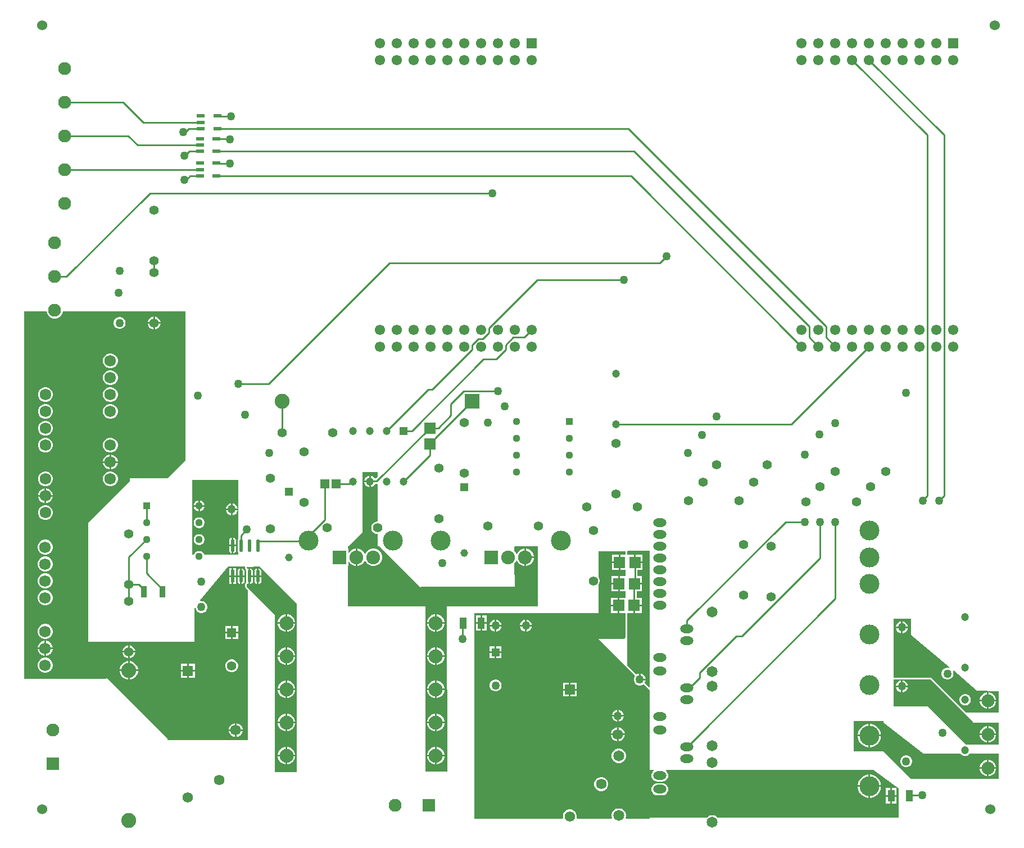
<source format=gtl>
G04*
G04 #@! TF.GenerationSoftware,Altium Limited,Altium Designer,21.2.2 (38)*
G04*
G04 Layer_Physical_Order=1*
G04 Layer_Color=255*
%FSLAX25Y25*%
%MOIN*%
G70*
G04*
G04 #@! TF.SameCoordinates,0CC3C9D5-6B2F-423D-8AA3-22EEB0D6369A*
G04*
G04*
G04 #@! TF.FilePolarity,Positive*
G04*
G01*
G75*
%ADD14C,0.01000*%
%ADD16R,0.04213X0.07165*%
%ADD17R,0.04724X0.02362*%
%ADD18R,0.06905X0.07111*%
G04:AMPARAMS|DCode=19|XSize=73.78mil|YSize=21.34mil|CornerRadius=10.67mil|HoleSize=0mil|Usage=FLASHONLY|Rotation=90.000|XOffset=0mil|YOffset=0mil|HoleType=Round|Shape=RoundedRectangle|*
%AMROUNDEDRECTD19*
21,1,0.07378,0.00000,0,0,90.0*
21,1,0.05244,0.02134,0,0,90.0*
1,1,0.02134,0.00000,0.02622*
1,1,0.02134,0.00000,-0.02622*
1,1,0.02134,0.00000,-0.02622*
1,1,0.02134,0.00000,0.02622*
%
%ADD19ROUNDEDRECTD19*%
%ADD20R,0.02134X0.07378*%
%ADD21R,0.05315X0.05709*%
%ADD22R,0.07111X0.06905*%
%ADD23R,0.03740X0.06693*%
%ADD42O,0.07874X0.05118*%
%ADD43C,0.11811*%
%ADD58R,0.05512X0.05512*%
%ADD59C,0.05512*%
%ADD60C,0.06000*%
%ADD61C,0.08268*%
%ADD62C,0.06791*%
%ADD63C,0.07677*%
%ADD64C,0.06102*%
G04:AMPARAMS|DCode=65|XSize=61.02mil|YSize=61.02mil|CornerRadius=1.83mil|HoleSize=0mil|Usage=FLASHONLY|Rotation=180.000|XOffset=0mil|YOffset=0mil|HoleType=Round|Shape=RoundedRectangle|*
%AMROUNDEDRECTD65*
21,1,0.06102,0.05736,0,0,180.0*
21,1,0.05736,0.06102,0,0,180.0*
1,1,0.00366,-0.02868,0.02868*
1,1,0.00366,0.02868,0.02868*
1,1,0.00366,0.02868,-0.02868*
1,1,0.00366,-0.02868,-0.02868*
%
%ADD65ROUNDEDRECTD65*%
%ADD66C,0.08150*%
%ADD67R,0.08150X0.08150*%
%ADD68R,0.04449X0.04449*%
%ADD69C,0.04449*%
%ADD70C,0.04724*%
%ADD71C,0.06496*%
%ADD72C,0.04528*%
%ADD73R,0.04528X0.04528*%
%ADD74R,0.07677X0.07677*%
%ADD75C,0.08858*%
%ADD76R,0.08858X0.08858*%
%ADD77R,0.04724X0.04724*%
%ADD78C,0.05020*%
%ADD79R,0.05020X0.05020*%
%ADD80C,0.06260*%
%ADD81C,0.06201*%
%ADD82R,0.06201X0.06201*%
%ADD83R,0.07677X0.07677*%
%ADD84C,0.05000*%
G36*
X216500Y214896D02*
X215389Y213785D01*
X214819Y213842D01*
X214690Y214064D01*
X214064Y214690D01*
X213298Y215133D01*
X212500Y215347D01*
Y212000D01*
Y208653D01*
X213298Y208867D01*
X214064Y209310D01*
X214690Y209936D01*
X215054Y210566D01*
X215862D01*
X216000Y210594D01*
X216500Y210183D01*
Y188256D01*
X216005D01*
X215050Y188000D01*
X214194Y187505D01*
X213494Y186806D01*
X213000Y185950D01*
X212744Y184994D01*
Y184005D01*
X213000Y183050D01*
X213494Y182194D01*
X214194Y181494D01*
X215050Y181000D01*
X216005Y180744D01*
X216500D01*
Y173500D01*
X217500D01*
X252538Y138462D01*
X252347Y138000D01*
X253000D01*
X241962Y149038D01*
X242153Y149500D01*
X297833D01*
X297631Y163454D01*
X298061Y163884D01*
X298729Y165041D01*
X298750Y165120D01*
X299250D01*
X299271Y165041D01*
X299939Y163884D01*
X300884Y162939D01*
X302041Y162271D01*
X303332Y161925D01*
X303500D01*
Y167000D01*
Y172075D01*
X303332D01*
X302041Y171729D01*
X300884Y171061D01*
X299939Y170116D01*
X299271Y168959D01*
X299250Y168880D01*
X298750D01*
X298729Y168959D01*
X298061Y170116D01*
X297527Y170650D01*
X297491Y173144D01*
X297842Y173500D01*
X311500D01*
Y139000D01*
Y138000D01*
X257500D01*
X257997Y40157D01*
X257623Y40002D01*
X257497Y40000D01*
X245000D01*
Y138000D01*
X199000D01*
Y161925D01*
X199075D01*
Y164381D01*
X199575Y164515D01*
X199939Y163884D01*
X200884Y162939D01*
X202041Y162271D01*
X203332Y161925D01*
X203500D01*
Y167000D01*
Y172075D01*
X203332D01*
X202041Y171729D01*
X200884Y171061D01*
X199939Y170116D01*
X199575Y169485D01*
X199075Y169619D01*
Y172075D01*
X199000D01*
Y173500D01*
X199653D01*
X199462Y173962D01*
X207500Y182000D01*
Y217500D01*
X216500D01*
Y214896D01*
D02*
G37*
G36*
X134000Y180148D02*
X133971Y180000D01*
Y178054D01*
X133553Y177428D01*
X133392Y176622D01*
Y171378D01*
X133553Y170571D01*
X134000Y169902D01*
Y168500D01*
X113700D01*
X113635Y168745D01*
X113210Y169480D01*
X112610Y170080D01*
X111874Y170505D01*
X111054Y170724D01*
X110205D01*
X109385Y170505D01*
X108650Y170080D01*
X108050Y169480D01*
X107625Y168745D01*
X107560Y168500D01*
X106500D01*
Y213000D01*
X134000D01*
Y180148D01*
D02*
G37*
G36*
X168500Y139500D02*
Y120653D01*
Y39500D01*
X155500D01*
X155500Y133000D01*
X155500Y133000D01*
X139020Y149480D01*
Y151114D01*
X139461Y151350D01*
X139693Y151194D01*
X140000Y151133D01*
Y155763D01*
Y160393D01*
X139693Y160332D01*
X139461Y160177D01*
X139020Y160413D01*
Y161060D01*
X146500Y161500D01*
X168500Y139500D01*
D02*
G37*
G36*
X533000Y121000D02*
X555653Y101832D01*
X555415Y101378D01*
X554961Y101500D01*
X554039D01*
X553149Y101261D01*
X552351Y100801D01*
X551699Y100149D01*
X551238Y99351D01*
X551000Y98461D01*
Y97539D01*
X551238Y96649D01*
X551699Y95851D01*
X552351Y95199D01*
X553149Y94739D01*
X554039Y94500D01*
X554961D01*
X555851Y94739D01*
X556649Y95199D01*
X557301Y95851D01*
X557761Y96649D01*
X558000Y97539D01*
Y98461D01*
X557761Y99351D01*
X557714Y99433D01*
X558104Y99759D01*
X572000Y88000D01*
X585000Y87500D01*
Y75000D01*
X565442D01*
X545221Y95221D01*
X544890Y95442D01*
X544500Y95520D01*
X522500D01*
Y121000D01*
Y130500D01*
X533000D01*
Y121000D01*
D02*
G37*
G36*
X378000Y171000D02*
X378000Y90095D01*
X377538Y89904D01*
X374946Y92496D01*
X374902Y92526D01*
X375261Y93149D01*
X375489Y94000D01*
X372000D01*
Y94500D01*
X371500D01*
Y97989D01*
X370649Y97761D01*
X370026Y97402D01*
X369996Y97446D01*
X364500Y102942D01*
Y119402D01*
X364520Y119500D01*
Y133944D01*
X368130D01*
Y138500D01*
X368630D01*
Y139000D01*
X373083D01*
Y143055D01*
X370160D01*
Y146832D01*
X373278D01*
Y150887D01*
X368825D01*
Y151887D01*
X373278D01*
Y155943D01*
X370660D01*
Y159444D01*
X373583D01*
Y163500D01*
X369130D01*
Y164000D01*
X368630D01*
Y168555D01*
X364991D01*
X364678Y168555D01*
X364520Y168990D01*
Y170500D01*
X364924Y171000D01*
X378000Y171000D01*
D02*
G37*
G36*
X20161Y313000D02*
Y312863D01*
X20491Y311632D01*
X21128Y310529D01*
X22029Y309628D01*
X23132Y308991D01*
X24363Y308661D01*
X25637D01*
X26868Y308991D01*
X27971Y309628D01*
X28872Y310529D01*
X29509Y311632D01*
X29839Y312863D01*
Y313000D01*
X102500Y313000D01*
Y311500D01*
X102500D01*
Y235500D01*
D01*
Y224500D01*
X92000Y214000D01*
X69500D01*
Y212000D01*
X45000Y187500D01*
X45000Y117000D01*
X108000D01*
X108000Y136968D01*
X108023Y136984D01*
X108032Y136985D01*
X108575Y136761D01*
X108739Y136149D01*
X109199Y135351D01*
X109851Y134699D01*
X110649Y134239D01*
X111539Y134000D01*
X112461D01*
X113351Y134239D01*
X114149Y134699D01*
X114801Y135351D01*
X115261Y136149D01*
X115500Y137039D01*
Y137961D01*
X115261Y138851D01*
X114801Y139649D01*
X114149Y140301D01*
X113351Y140761D01*
X112461Y141000D01*
X111567D01*
X111466Y141110D01*
X111267Y141420D01*
X128000Y161500D01*
X137583Y161500D01*
X137729Y161411D01*
X138000Y161060D01*
Y160413D01*
X138029Y160266D01*
X138044Y160117D01*
X138068Y160072D01*
X138078Y160022D01*
X138161Y159898D01*
X138231Y159766D01*
X138270Y159734D01*
X138299Y159692D01*
X138553Y159192D01*
X138392Y158385D01*
Y153141D01*
X138553Y152335D01*
X138299Y151835D01*
X138270Y151793D01*
X138231Y151761D01*
X138161Y151629D01*
X138078Y151504D01*
X138068Y151455D01*
X138044Y151410D01*
X138029Y151261D01*
X138000Y151114D01*
Y149480D01*
X138078Y149090D01*
X138299Y148759D01*
X139500Y147558D01*
Y58500D01*
X108000Y58500D01*
X92000Y58500D01*
Y59500D01*
X56000Y95500D01*
X55500Y95000D01*
X7000D01*
X7000Y313000D01*
X20161D01*
D02*
G37*
G36*
X570000Y69000D02*
X585000D01*
Y56000D01*
X565500Y56000D01*
X542500Y79000D01*
Y78500D01*
X522500D01*
Y94500D01*
X544500D01*
X570000Y69000D01*
D02*
G37*
G36*
X516500Y68864D02*
X540234Y50500D01*
X562272D01*
X562310Y50436D01*
X562936Y49810D01*
X563702Y49367D01*
X564557Y49138D01*
X565443D01*
X566298Y49367D01*
X567064Y49810D01*
X567690Y50436D01*
X567728Y50500D01*
X585000D01*
Y35500D01*
X533000Y35500D01*
X516500Y52000D01*
X499000D01*
Y70000D01*
X516500D01*
Y68864D01*
D02*
G37*
G36*
X363500Y168555D02*
X360370D01*
Y164000D01*
Y159444D01*
X363500D01*
Y155943D01*
X360064D01*
Y151387D01*
Y146832D01*
X363500D01*
Y143055D01*
X359870D01*
Y138500D01*
Y133944D01*
X363500D01*
Y119500D01*
X362500Y118500D01*
X347500D01*
X369275Y96725D01*
X369199Y96649D01*
X368739Y95851D01*
X368500Y94961D01*
Y94039D01*
X368739Y93149D01*
X369199Y92351D01*
X369851Y91699D01*
X370649Y91238D01*
X371539Y91000D01*
X372461D01*
X373351Y91238D01*
X374149Y91699D01*
X374225Y91775D01*
X378000Y88000D01*
Y41000D01*
X380344D01*
X380513Y40500D01*
X379958Y40074D01*
X379387Y39330D01*
X379029Y38464D01*
X378906Y37535D01*
X379029Y36606D01*
X379387Y35741D01*
X379958Y34997D01*
X380701Y34427D01*
X381567Y34068D01*
X382496Y33946D01*
X385252D01*
X386181Y34068D01*
X387047Y34427D01*
X387790Y34997D01*
X388361Y35741D01*
X388719Y36606D01*
X388842Y37535D01*
X388719Y38464D01*
X388361Y39330D01*
X387790Y40074D01*
X387235Y40500D01*
X387405Y41000D01*
X414323D01*
X414441Y40968D01*
X415559D01*
X415677Y41000D01*
X510500D01*
X525500Y30000D01*
Y12500D01*
X418291D01*
X417608Y13183D01*
X416640Y13742D01*
X415559Y14031D01*
X414441D01*
X413360Y13742D01*
X412392Y13183D01*
X411709Y12500D01*
X378000D01*
Y12000D01*
X363931D01*
X363554Y12500D01*
X363748Y13224D01*
Y14343D01*
X363458Y15423D01*
X362899Y16392D01*
X362108Y17183D01*
X361140Y17742D01*
X360059Y18032D01*
X358941D01*
X357860Y17742D01*
X356892Y17183D01*
X356101Y16392D01*
X355541Y15423D01*
X355252Y14343D01*
Y13224D01*
X355446Y12500D01*
X355069Y12000D01*
X334806D01*
X334502Y12397D01*
X334600Y12763D01*
Y13843D01*
X334321Y14886D01*
X333781Y15821D01*
X333018Y16584D01*
X332083Y17124D01*
X331040Y17403D01*
X329960D01*
X328917Y17124D01*
X327982Y16584D01*
X327219Y15821D01*
X326679Y14886D01*
X326400Y13843D01*
Y12763D01*
X326498Y12397D01*
X326193Y12000D01*
X274000D01*
Y121000D01*
Y134000D01*
X347500D01*
Y150688D01*
X347505Y150694D01*
X348000Y151550D01*
X348256Y152506D01*
Y153495D01*
X348000Y154450D01*
X347505Y155306D01*
X347500Y155312D01*
Y170500D01*
X363500D01*
Y168555D01*
D02*
G37*
%LPC*%
G36*
X211500Y215347D02*
X210702Y215133D01*
X209936Y214690D01*
X209310Y214064D01*
X208867Y213298D01*
X208653Y212500D01*
X211500D01*
Y215347D01*
D02*
G37*
G36*
Y211500D02*
X208653D01*
X208867Y210702D01*
X209310Y209936D01*
X209936Y209310D01*
X210702Y208867D01*
X211500Y208653D01*
Y211500D01*
D02*
G37*
G36*
X214668Y172075D02*
X213332D01*
X212041Y171729D01*
X210884Y171061D01*
X209939Y170116D01*
X209271Y168959D01*
X209250Y168880D01*
X208750D01*
X208729Y168959D01*
X208061Y170116D01*
X207116Y171061D01*
X205959Y171729D01*
X204668Y172075D01*
X204500D01*
Y167000D01*
Y161925D01*
X204668D01*
X205959Y162271D01*
X207116Y162939D01*
X208061Y163884D01*
X208729Y165041D01*
X208750Y165120D01*
X209250D01*
X209271Y165041D01*
X209939Y163884D01*
X210884Y162939D01*
X212041Y162271D01*
X213332Y161925D01*
X214668D01*
X215959Y162271D01*
X217116Y162939D01*
X218061Y163884D01*
X218729Y165041D01*
X219075Y166332D01*
Y167668D01*
X218729Y168959D01*
X218061Y170116D01*
X217116Y171061D01*
X215959Y171729D01*
X214668Y172075D01*
D02*
G37*
G36*
X304668D02*
X304500D01*
Y167500D01*
X309075D01*
Y167668D01*
X308729Y168959D01*
X308061Y170116D01*
X307116Y171061D01*
X305959Y171729D01*
X304668Y172075D01*
D02*
G37*
G36*
X309075Y166500D02*
X304500D01*
Y161925D01*
X304668D01*
X305959Y162271D01*
X307116Y162939D01*
X308061Y163884D01*
X308729Y165041D01*
X309075Y166332D01*
Y166500D01*
D02*
G37*
G36*
X251676Y133189D02*
X251500D01*
Y128555D01*
X256134D01*
Y128731D01*
X255784Y130037D01*
X255108Y131207D01*
X254152Y132163D01*
X252982Y132839D01*
X251676Y133189D01*
D02*
G37*
G36*
X250500D02*
X250324D01*
X249018Y132839D01*
X247848Y132163D01*
X246892Y131207D01*
X246216Y130037D01*
X245866Y128731D01*
Y128555D01*
X250500D01*
Y133189D01*
D02*
G37*
G36*
X256134Y127555D02*
X251500D01*
Y122921D01*
X251676D01*
X252982Y123271D01*
X254152Y123947D01*
X255108Y124903D01*
X255784Y126074D01*
X256134Y127379D01*
Y127555D01*
D02*
G37*
G36*
X250500D02*
X245866D01*
Y127379D01*
X246216Y126074D01*
X246892Y124903D01*
X247848Y123947D01*
X249018Y123271D01*
X250324Y122921D01*
X250500D01*
Y127555D01*
D02*
G37*
G36*
X251676Y113504D02*
X251500D01*
Y108870D01*
X256134D01*
Y109046D01*
X255784Y110352D01*
X255108Y111522D01*
X254152Y112478D01*
X252982Y113154D01*
X251676Y113504D01*
D02*
G37*
G36*
X250500D02*
X250324D01*
X249018Y113154D01*
X247848Y112478D01*
X246892Y111522D01*
X246216Y110352D01*
X245866Y109046D01*
Y108870D01*
X250500D01*
Y113504D01*
D02*
G37*
G36*
X256134Y107870D02*
X251500D01*
Y103236D01*
X251676D01*
X252982Y103586D01*
X254152Y104262D01*
X255108Y105218D01*
X255784Y106388D01*
X256134Y107694D01*
Y107870D01*
D02*
G37*
G36*
X250500D02*
X245866D01*
Y107694D01*
X246216Y106388D01*
X246892Y105218D01*
X247848Y104262D01*
X249018Y103586D01*
X250324Y103236D01*
X250500D01*
Y107870D01*
D02*
G37*
G36*
X251676Y93819D02*
X251500D01*
Y89185D01*
X256134D01*
Y89361D01*
X255784Y90667D01*
X255108Y91837D01*
X254152Y92793D01*
X252982Y93469D01*
X251676Y93819D01*
D02*
G37*
G36*
X250500D02*
X250324D01*
X249018Y93469D01*
X247848Y92793D01*
X246892Y91837D01*
X246216Y90667D01*
X245866Y89361D01*
Y89185D01*
X250500D01*
Y93819D01*
D02*
G37*
G36*
X256134Y88185D02*
X251500D01*
Y83551D01*
X251676D01*
X252982Y83901D01*
X254152Y84577D01*
X255108Y85533D01*
X255784Y86703D01*
X256134Y88009D01*
Y88185D01*
D02*
G37*
G36*
X250500D02*
X245866D01*
Y88009D01*
X246216Y86703D01*
X246892Y85533D01*
X247848Y84577D01*
X249018Y83901D01*
X250324Y83551D01*
X250500D01*
Y88185D01*
D02*
G37*
G36*
X251676Y74134D02*
X251500D01*
Y69500D01*
X256134D01*
Y69676D01*
X255784Y70982D01*
X255108Y72152D01*
X254152Y73108D01*
X252982Y73784D01*
X251676Y74134D01*
D02*
G37*
G36*
X250500D02*
X250324D01*
X249018Y73784D01*
X247848Y73108D01*
X246892Y72152D01*
X246216Y70982D01*
X245866Y69676D01*
Y69500D01*
X250500D01*
Y74134D01*
D02*
G37*
G36*
X256134Y68500D02*
X251500D01*
Y63866D01*
X251676D01*
X252982Y64216D01*
X254152Y64892D01*
X255108Y65848D01*
X255784Y67018D01*
X256134Y68324D01*
Y68500D01*
D02*
G37*
G36*
X250500D02*
X245866D01*
Y68324D01*
X246216Y67018D01*
X246892Y65848D01*
X247848Y64892D01*
X249018Y64216D01*
X250324Y63866D01*
X250500D01*
Y68500D01*
D02*
G37*
G36*
X251676Y54449D02*
X251500D01*
Y49815D01*
X256134D01*
Y49991D01*
X255784Y51297D01*
X255108Y52467D01*
X254152Y53423D01*
X252982Y54099D01*
X251676Y54449D01*
D02*
G37*
G36*
X250500D02*
X250324D01*
X249018Y54099D01*
X247848Y53423D01*
X246892Y52467D01*
X246216Y51297D01*
X245866Y49991D01*
Y49815D01*
X250500D01*
Y54449D01*
D02*
G37*
G36*
X256134Y48815D02*
X251500D01*
Y44181D01*
X251676D01*
X252982Y44531D01*
X254152Y45207D01*
X255108Y46163D01*
X255784Y47333D01*
X256134Y48639D01*
Y48815D01*
D02*
G37*
G36*
X250500D02*
X245866D01*
Y48639D01*
X246216Y47333D01*
X246892Y46163D01*
X247848Y45207D01*
X249018Y44531D01*
X250324Y44181D01*
X250500D01*
Y48815D01*
D02*
G37*
G36*
X111130Y200704D02*
Y198000D01*
X113834D01*
X113635Y198745D01*
X113210Y199480D01*
X112610Y200080D01*
X111874Y200505D01*
X111130Y200704D01*
D02*
G37*
G36*
X110130D02*
X109385Y200505D01*
X108650Y200080D01*
X108050Y199480D01*
X107625Y198745D01*
X107426Y198000D01*
X110130D01*
Y200704D01*
D02*
G37*
G36*
X130500Y198989D02*
Y196000D01*
X133490D01*
X133262Y196851D01*
X132801Y197649D01*
X132149Y198301D01*
X131351Y198761D01*
X130500Y198989D01*
D02*
G37*
G36*
X129500D02*
X128649Y198761D01*
X127851Y198301D01*
X127199Y197649D01*
X126739Y196851D01*
X126511Y196000D01*
X129500D01*
Y198989D01*
D02*
G37*
G36*
X113834Y197000D02*
X111130D01*
Y194296D01*
X111874Y194495D01*
X112610Y194920D01*
X113210Y195520D01*
X113635Y196255D01*
X113834Y197000D01*
D02*
G37*
G36*
X110130D02*
X107426D01*
X107625Y196255D01*
X108050Y195520D01*
X108650Y194920D01*
X109385Y194495D01*
X110130Y194296D01*
Y197000D01*
D02*
G37*
G36*
X133490Y195000D02*
X130500D01*
Y192010D01*
X131351Y192238D01*
X132149Y192699D01*
X132801Y193351D01*
X133262Y194149D01*
X133490Y195000D01*
D02*
G37*
G36*
X129500D02*
X126511D01*
X126739Y194149D01*
X127199Y193351D01*
X127851Y192699D01*
X128649Y192238D01*
X129500Y192010D01*
Y195000D01*
D02*
G37*
G36*
X111054Y190724D02*
X110205D01*
X109385Y190505D01*
X108650Y190080D01*
X108050Y189480D01*
X107625Y188745D01*
X107405Y187925D01*
Y187075D01*
X107625Y186255D01*
X108050Y185520D01*
X108650Y184920D01*
X109385Y184495D01*
X110205Y184276D01*
X111054D01*
X111874Y184495D01*
X112610Y184920D01*
X113210Y185520D01*
X113635Y186255D01*
X113854Y187075D01*
Y187925D01*
X113635Y188745D01*
X113210Y189480D01*
X112610Y190080D01*
X111874Y190505D01*
X111054Y190724D01*
D02*
G37*
G36*
X131000Y178630D02*
Y174500D01*
X132608D01*
Y176622D01*
X132447Y177428D01*
X131990Y178112D01*
X131307Y178569D01*
X131000Y178630D01*
D02*
G37*
G36*
X130000D02*
X129693Y178569D01*
X129010Y178112D01*
X128553Y177428D01*
X128392Y176622D01*
Y174500D01*
X130000D01*
Y178630D01*
D02*
G37*
G36*
X111054Y180724D02*
X110205D01*
X109385Y180505D01*
X108650Y180080D01*
X108050Y179480D01*
X107625Y178745D01*
X107405Y177925D01*
Y177076D01*
X107625Y176255D01*
X108050Y175520D01*
X108650Y174920D01*
X109385Y174495D01*
X110205Y174276D01*
X111054D01*
X111874Y174495D01*
X112610Y174920D01*
X113210Y175520D01*
X113635Y176255D01*
X113854Y177076D01*
Y177925D01*
X113635Y178745D01*
X113210Y179480D01*
X112610Y180080D01*
X111874Y180505D01*
X111054Y180724D01*
D02*
G37*
G36*
X132608Y173500D02*
X131000D01*
Y169370D01*
X131307Y169431D01*
X131990Y169888D01*
X132447Y170571D01*
X132608Y171378D01*
Y173500D01*
D02*
G37*
G36*
X130000D02*
X128392D01*
Y171378D01*
X128553Y170571D01*
X129010Y169888D01*
X129693Y169431D01*
X130000Y169370D01*
Y173500D01*
D02*
G37*
G36*
X146000Y160393D02*
Y156263D01*
X147608D01*
Y158385D01*
X147447Y159192D01*
X146990Y159876D01*
X146307Y160332D01*
X146000Y160393D01*
D02*
G37*
G36*
X141000D02*
Y156263D01*
X142608D01*
Y158385D01*
X142447Y159192D01*
X141990Y159876D01*
X141307Y160332D01*
X141000Y160393D01*
D02*
G37*
G36*
X145000D02*
X144693Y160332D01*
X144010Y159876D01*
X143553Y159192D01*
X143392Y158385D01*
Y156263D01*
X145000D01*
Y160393D01*
D02*
G37*
G36*
X147608Y155263D02*
X146000D01*
Y151133D01*
X146307Y151194D01*
X146990Y151651D01*
X147447Y152335D01*
X147608Y153141D01*
Y155263D01*
D02*
G37*
G36*
X142608D02*
X141000D01*
Y151133D01*
X141307Y151194D01*
X141990Y151651D01*
X142447Y152335D01*
X142608Y153141D01*
Y155263D01*
D02*
G37*
G36*
X145000D02*
X143392D01*
Y153141D01*
X143553Y152335D01*
X144010Y151651D01*
X144693Y151194D01*
X145000Y151133D01*
Y155263D01*
D02*
G37*
G36*
X163093Y133189D02*
X162917D01*
Y128555D01*
X167551D01*
Y128731D01*
X167201Y130037D01*
X166525Y131207D01*
X165570Y132163D01*
X164399Y132839D01*
X163093Y133189D01*
D02*
G37*
G36*
X161917D02*
X161741D01*
X160436Y132839D01*
X159265Y132163D01*
X158309Y131207D01*
X158176Y130977D01*
X157633Y130037D01*
X157283Y128731D01*
Y128555D01*
X161917D01*
Y133189D01*
D02*
G37*
G36*
X167551Y127555D02*
X162917D01*
Y122921D01*
X163093D01*
X164399Y123271D01*
X165281Y123780D01*
D01*
X165570Y123947D01*
X166525Y124903D01*
X167201Y126074D01*
X167551Y127379D01*
Y127555D01*
D02*
G37*
G36*
X161917D02*
X157283D01*
Y127379D01*
X157633Y126074D01*
X158309Y124903D01*
X159265Y123947D01*
X160436Y123271D01*
X161741Y122921D01*
X161917D01*
Y127555D01*
D02*
G37*
G36*
X163093Y113504D02*
X162917D01*
Y108870D01*
X167551D01*
Y109046D01*
X167201Y110352D01*
X166525Y111522D01*
X165570Y112478D01*
X164399Y113154D01*
X163093Y113504D01*
D02*
G37*
G36*
X161917D02*
X161741D01*
X160436Y113154D01*
X159265Y112478D01*
X158309Y111522D01*
X157633Y110352D01*
X157283Y109046D01*
Y108870D01*
X161917D01*
Y113504D01*
D02*
G37*
G36*
X167551Y107870D02*
X162917D01*
Y103236D01*
X163093D01*
X164399Y103586D01*
X165570Y104262D01*
X166525Y105218D01*
X167201Y106388D01*
X167551Y107694D01*
Y107870D01*
D02*
G37*
G36*
X161917D02*
X157283D01*
Y107694D01*
X157633Y106388D01*
X158309Y105218D01*
X159265Y104262D01*
X160436Y103586D01*
X161741Y103236D01*
X161917D01*
Y107870D01*
D02*
G37*
G36*
X163093Y93819D02*
X162917D01*
Y89185D01*
X167551D01*
Y89361D01*
X167201Y90667D01*
X166525Y91837D01*
X165570Y92793D01*
X164399Y93469D01*
X163093Y93819D01*
D02*
G37*
G36*
X161917D02*
X161741D01*
X160436Y93469D01*
X159265Y92793D01*
X158309Y91837D01*
X157633Y90667D01*
X157283Y89361D01*
Y89185D01*
X161917D01*
Y93819D01*
D02*
G37*
G36*
X167551Y88185D02*
X162917D01*
Y83551D01*
X163093D01*
X164399Y83901D01*
X165570Y84577D01*
X166525Y85533D01*
X167201Y86703D01*
X167551Y88009D01*
Y88185D01*
D02*
G37*
G36*
X161917D02*
X157283D01*
Y88009D01*
X157633Y86703D01*
X158309Y85533D01*
X159265Y84577D01*
X160436Y83901D01*
X161741Y83551D01*
X161917D01*
Y88185D01*
D02*
G37*
G36*
X163093Y74134D02*
X162917D01*
Y69500D01*
X167551D01*
Y69676D01*
X167201Y70982D01*
X166525Y72152D01*
X165570Y73108D01*
X164399Y73784D01*
X163093Y74134D01*
D02*
G37*
G36*
X161917D02*
X161741D01*
X160436Y73784D01*
X159265Y73108D01*
X158309Y72152D01*
X157633Y70982D01*
X157283Y69676D01*
Y69500D01*
X161917D01*
Y74134D01*
D02*
G37*
G36*
X167551Y68500D02*
X162917D01*
Y63866D01*
X163093D01*
X164399Y64216D01*
X165570Y64892D01*
X166525Y65848D01*
X167201Y67018D01*
X167551Y68324D01*
Y68500D01*
D02*
G37*
G36*
X161917D02*
X157283D01*
Y68324D01*
X157633Y67018D01*
X158309Y65848D01*
X159265Y64892D01*
X160436Y64216D01*
X161741Y63866D01*
X161917D01*
Y68500D01*
D02*
G37*
G36*
X163093Y54449D02*
X162917D01*
Y49815D01*
X167551D01*
Y49991D01*
X167201Y51297D01*
X166525Y52467D01*
X165570Y53423D01*
X164399Y54099D01*
X163093Y54449D01*
D02*
G37*
G36*
X161917D02*
X161741D01*
X160436Y54099D01*
X159265Y53423D01*
X158309Y52467D01*
X157633Y51297D01*
X157283Y49991D01*
Y49815D01*
X161917D01*
Y54449D01*
D02*
G37*
G36*
X167551Y48815D02*
X162917D01*
Y44181D01*
X163093D01*
X164399Y44531D01*
X165570Y45207D01*
X166525Y46163D01*
X167201Y47333D01*
X167551Y48639D01*
Y48815D01*
D02*
G37*
G36*
X161917D02*
X157283D01*
Y48639D01*
X157633Y47333D01*
X158309Y46163D01*
X159265Y45207D01*
X160436Y44531D01*
X161741Y44181D01*
X161917D01*
Y48815D01*
D02*
G37*
G36*
X528000Y128990D02*
Y126000D01*
X530990D01*
X530761Y126851D01*
X530301Y127649D01*
X529649Y128301D01*
X528851Y128761D01*
X528000Y128990D01*
D02*
G37*
G36*
X527000D02*
X526149Y128761D01*
X525351Y128301D01*
X524699Y127649D01*
X524238Y126851D01*
X524011Y126000D01*
X527000D01*
Y128990D01*
D02*
G37*
G36*
X530990Y125000D02*
X528000D01*
Y122011D01*
X528851Y122239D01*
X529649Y122699D01*
X530301Y123351D01*
X530761Y124149D01*
X530990Y125000D01*
D02*
G37*
G36*
X527000D02*
X524011D01*
X524238Y124149D01*
X524699Y123351D01*
X525351Y122699D01*
X526149Y122239D01*
X527000Y122011D01*
Y125000D01*
D02*
G37*
G36*
X579137Y86839D02*
X579000D01*
Y82500D01*
X583339D01*
Y82637D01*
X583009Y83868D01*
X582372Y84971D01*
X581471Y85872D01*
X580368Y86509D01*
X579137Y86839D01*
D02*
G37*
G36*
X578000D02*
X577863D01*
X576632Y86509D01*
X575529Y85872D01*
X574628Y84971D01*
X573991Y83868D01*
X573661Y82637D01*
Y82500D01*
X578000D01*
Y86839D01*
D02*
G37*
G36*
X565443Y85862D02*
X564557D01*
X563702Y85633D01*
X562936Y85190D01*
X562310Y84564D01*
X561867Y83798D01*
X561638Y82943D01*
Y82057D01*
X561867Y81202D01*
X562310Y80436D01*
X562936Y79810D01*
X563702Y79367D01*
X564557Y79138D01*
X565443D01*
X566298Y79367D01*
X567064Y79810D01*
X567690Y80436D01*
X568133Y81202D01*
X568362Y82057D01*
Y82943D01*
X568133Y83798D01*
X567690Y84564D01*
X567064Y85190D01*
X566298Y85633D01*
X565443Y85862D01*
D02*
G37*
G36*
X583339Y81500D02*
X579000D01*
Y77161D01*
X579137D01*
X580368Y77491D01*
X581471Y78128D01*
X582372Y79029D01*
X583009Y80132D01*
X583339Y81363D01*
Y81500D01*
D02*
G37*
G36*
X578000D02*
X573661D01*
Y81363D01*
X573991Y80132D01*
X574628Y79029D01*
X575529Y78128D01*
X576632Y77491D01*
X577863Y77161D01*
X578000D01*
Y81500D01*
D02*
G37*
G36*
X373583Y168555D02*
X369630D01*
Y164500D01*
X373583D01*
Y168555D01*
D02*
G37*
G36*
X373083Y138000D02*
X369130D01*
Y133944D01*
X373083D01*
Y138000D01*
D02*
G37*
G36*
X372500Y97989D02*
Y95000D01*
X375489D01*
X375261Y95851D01*
X374801Y96649D01*
X374149Y97301D01*
X373351Y97761D01*
X372500Y97989D01*
D02*
G37*
G36*
X84500Y309754D02*
Y306500D01*
X87754D01*
X87500Y307450D01*
X87006Y308306D01*
X86306Y309005D01*
X85450Y309500D01*
X84500Y309754D01*
D02*
G37*
G36*
X83500D02*
X82550Y309500D01*
X81694Y309005D01*
X80994Y308306D01*
X80500Y307450D01*
X80246Y306500D01*
X83500D01*
Y309754D01*
D02*
G37*
G36*
X63961Y309500D02*
X63039D01*
X62149Y309261D01*
X61351Y308801D01*
X60699Y308149D01*
X60238Y307351D01*
X60000Y306461D01*
Y305539D01*
X60238Y304649D01*
X60699Y303851D01*
X61351Y303199D01*
X62149Y302738D01*
X63039Y302500D01*
X63961D01*
X64851Y302738D01*
X65649Y303199D01*
X66301Y303851D01*
X66761Y304649D01*
X67000Y305539D01*
Y306461D01*
X66761Y307351D01*
X66301Y308149D01*
X65649Y308801D01*
X64851Y309261D01*
X63961Y309500D01*
D02*
G37*
G36*
X87754Y305500D02*
X84500D01*
Y302246D01*
X85450Y302500D01*
X86306Y302994D01*
X87006Y303694D01*
X87500Y304550D01*
X87754Y305500D01*
D02*
G37*
G36*
X83500D02*
X80246D01*
X80500Y304550D01*
X80994Y303694D01*
X81694Y302994D01*
X82550Y302500D01*
X83500Y302246D01*
Y305500D01*
D02*
G37*
G36*
X58579Y287896D02*
X57421D01*
X56303Y287596D01*
X55301Y287017D01*
X54483Y286199D01*
X53904Y285197D01*
X53604Y284079D01*
Y282921D01*
X53904Y281803D01*
X54483Y280801D01*
X55301Y279983D01*
X56303Y279404D01*
X57421Y279104D01*
X58579D01*
X59697Y279404D01*
X60699Y279983D01*
X61517Y280801D01*
X62096Y281803D01*
X62396Y282921D01*
Y284079D01*
X62096Y285197D01*
X61517Y286199D01*
X60699Y287017D01*
X59697Y287596D01*
X58579Y287896D01*
D02*
G37*
G36*
Y277896D02*
X57421D01*
X56303Y277596D01*
X55301Y277017D01*
X54483Y276199D01*
X53904Y275197D01*
X53604Y274079D01*
Y272921D01*
X53904Y271803D01*
X54483Y270801D01*
X55301Y269983D01*
X56303Y269404D01*
X57421Y269104D01*
X58579D01*
X59697Y269404D01*
X60699Y269983D01*
X61517Y270801D01*
X62096Y271803D01*
X62396Y272921D01*
Y274079D01*
X62096Y275197D01*
X61517Y276199D01*
X60699Y277017D01*
X59697Y277596D01*
X58579Y277896D01*
D02*
G37*
G36*
Y267896D02*
X57421D01*
X56303Y267596D01*
X55301Y267017D01*
X54483Y266199D01*
X53904Y265197D01*
X53604Y264079D01*
Y262921D01*
X53904Y261803D01*
X54483Y260801D01*
X55301Y259983D01*
X56303Y259404D01*
X57421Y259104D01*
X58579D01*
X59697Y259404D01*
X60699Y259983D01*
X61517Y260801D01*
X62096Y261803D01*
X62396Y262921D01*
Y264079D01*
X62096Y265197D01*
X61517Y266199D01*
X60699Y267017D01*
X59697Y267596D01*
X58579Y267896D01*
D02*
G37*
G36*
X20079D02*
X18921D01*
X17803Y267596D01*
X16801Y267017D01*
X15983Y266199D01*
X15404Y265197D01*
X15104Y264079D01*
Y262921D01*
X15404Y261803D01*
X15983Y260801D01*
X16801Y259983D01*
X17803Y259404D01*
X18921Y259104D01*
X20079D01*
X21197Y259404D01*
X22199Y259983D01*
X23017Y260801D01*
X23596Y261803D01*
X23896Y262921D01*
Y264079D01*
X23596Y265197D01*
X23017Y266199D01*
X22199Y267017D01*
X21197Y267596D01*
X20079Y267896D01*
D02*
G37*
G36*
X58579Y257896D02*
X57421D01*
X56303Y257596D01*
X55301Y257017D01*
X54483Y256199D01*
X53904Y255197D01*
X53604Y254079D01*
Y252921D01*
X53904Y251803D01*
X54483Y250801D01*
X55301Y249983D01*
X56303Y249404D01*
X57421Y249104D01*
X58579D01*
X59697Y249404D01*
X60699Y249983D01*
X61517Y250801D01*
X62096Y251803D01*
X62396Y252921D01*
Y254079D01*
X62096Y255197D01*
X61517Y256199D01*
X60699Y257017D01*
X59697Y257596D01*
X58579Y257896D01*
D02*
G37*
G36*
X20079D02*
X18921D01*
X17803Y257596D01*
X16801Y257017D01*
X15983Y256199D01*
X15404Y255197D01*
X15104Y254079D01*
Y252921D01*
X15404Y251803D01*
X15983Y250801D01*
X16801Y249983D01*
X17803Y249404D01*
X18921Y249104D01*
X20079D01*
X21197Y249404D01*
X22199Y249983D01*
X23017Y250801D01*
X23596Y251803D01*
X23896Y252921D01*
Y254079D01*
X23596Y255197D01*
X23017Y256199D01*
X22199Y257017D01*
X21197Y257596D01*
X20079Y257896D01*
D02*
G37*
G36*
Y247896D02*
X18921D01*
X17803Y247596D01*
X16801Y247017D01*
X15983Y246199D01*
X15404Y245197D01*
X15104Y244079D01*
Y242921D01*
X15404Y241803D01*
X15983Y240801D01*
X16801Y239983D01*
X17803Y239404D01*
X18921Y239104D01*
X20079D01*
X21197Y239404D01*
X22199Y239983D01*
X23017Y240801D01*
X23596Y241803D01*
X23896Y242921D01*
Y244079D01*
X23596Y245197D01*
X23017Y246199D01*
X22199Y247017D01*
X21197Y247596D01*
X20079Y247896D01*
D02*
G37*
G36*
X58579Y237896D02*
X57421D01*
X56303Y237596D01*
X55301Y237017D01*
X54483Y236199D01*
X53904Y235197D01*
X53604Y234079D01*
Y232921D01*
X53904Y231803D01*
X54483Y230801D01*
X55301Y229983D01*
X56303Y229404D01*
X57421Y229104D01*
X58579D01*
X59697Y229404D01*
X60699Y229983D01*
X61517Y230801D01*
X62096Y231803D01*
X62396Y232921D01*
Y234079D01*
X62096Y235197D01*
X61517Y236199D01*
X60699Y237017D01*
X59697Y237596D01*
X58579Y237896D01*
D02*
G37*
G36*
X20079D02*
X18921D01*
X17803Y237596D01*
X16801Y237017D01*
X15983Y236199D01*
X15404Y235197D01*
X15104Y234079D01*
Y232921D01*
X15404Y231803D01*
X15983Y230801D01*
X16801Y229983D01*
X17803Y229404D01*
X18921Y229104D01*
X20079D01*
X21197Y229404D01*
X22199Y229983D01*
X23017Y230801D01*
X23596Y231803D01*
X23896Y232921D01*
Y234079D01*
X23596Y235197D01*
X23017Y236199D01*
X22199Y237017D01*
X21197Y237596D01*
X20079Y237896D01*
D02*
G37*
G36*
X58579Y227896D02*
X58500D01*
Y224000D01*
X62396D01*
Y224079D01*
X62096Y225197D01*
X61517Y226199D01*
X60699Y227017D01*
X59697Y227596D01*
X58579Y227896D01*
D02*
G37*
G36*
X57500D02*
X57421D01*
X56303Y227596D01*
X55301Y227017D01*
X54483Y226199D01*
X53904Y225197D01*
X53604Y224079D01*
Y224000D01*
X57500D01*
Y227896D01*
D02*
G37*
G36*
X62396Y223000D02*
X58500D01*
Y219104D01*
X58579D01*
X59697Y219404D01*
X60699Y219983D01*
X61517Y220801D01*
X62096Y221803D01*
X62396Y222921D01*
Y223000D01*
D02*
G37*
G36*
X57500D02*
X53604D01*
Y222921D01*
X53904Y221803D01*
X54483Y220801D01*
X55301Y219983D01*
X56303Y219404D01*
X57421Y219104D01*
X57500D01*
Y223000D01*
D02*
G37*
G36*
X58579Y217896D02*
X57421D01*
X56303Y217596D01*
X55301Y217017D01*
X54483Y216199D01*
X53904Y215197D01*
X53604Y214079D01*
Y212921D01*
X53904Y211803D01*
X54483Y210801D01*
X55301Y209983D01*
X56303Y209404D01*
X57421Y209104D01*
X58579D01*
X59697Y209404D01*
X60699Y209983D01*
X61517Y210801D01*
X62096Y211803D01*
X62396Y212921D01*
Y214079D01*
X62096Y215197D01*
X61517Y216199D01*
X60699Y217017D01*
X59697Y217596D01*
X58579Y217896D01*
D02*
G37*
G36*
X20079D02*
X18921D01*
X17803Y217596D01*
X16801Y217017D01*
X15983Y216199D01*
X15404Y215197D01*
X15104Y214079D01*
Y212921D01*
X15404Y211803D01*
X15983Y210801D01*
X16801Y209983D01*
X17803Y209404D01*
X18921Y209104D01*
X20079D01*
X21197Y209404D01*
X22199Y209983D01*
X23017Y210801D01*
X23596Y211803D01*
X23896Y212921D01*
Y214079D01*
X23596Y215197D01*
X23017Y216199D01*
X22199Y217017D01*
X21197Y217596D01*
X20079Y217896D01*
D02*
G37*
G36*
Y207896D02*
X20000D01*
Y204000D01*
X23896D01*
Y204079D01*
X23596Y205197D01*
X23017Y206199D01*
X22199Y207017D01*
X21197Y207596D01*
X20079Y207896D01*
D02*
G37*
G36*
X19000D02*
X18921D01*
X17803Y207596D01*
X16801Y207017D01*
X15983Y206199D01*
X15404Y205197D01*
X15104Y204079D01*
Y204000D01*
X19000D01*
Y207896D01*
D02*
G37*
G36*
X23896Y203000D02*
X20000D01*
Y199104D01*
X20079D01*
X21197Y199404D01*
X22199Y199983D01*
X23017Y200801D01*
X23596Y201803D01*
X23896Y202921D01*
Y203000D01*
D02*
G37*
G36*
X19000D02*
X15104D01*
Y202921D01*
X15404Y201803D01*
X15983Y200801D01*
X16801Y199983D01*
X17803Y199404D01*
X18921Y199104D01*
X19000D01*
Y203000D01*
D02*
G37*
G36*
X20079Y197896D02*
X18921D01*
X17803Y197596D01*
X16801Y197017D01*
X15983Y196199D01*
X15404Y195197D01*
X15104Y194079D01*
Y192921D01*
X15404Y191803D01*
X15983Y190801D01*
X16801Y189983D01*
X17803Y189404D01*
X18921Y189104D01*
X20079D01*
X21197Y189404D01*
X22199Y189983D01*
X23017Y190801D01*
X23596Y191803D01*
X23896Y192921D01*
Y194079D01*
X23596Y195197D01*
X23017Y196199D01*
X22199Y197017D01*
X21197Y197596D01*
X20079Y197896D01*
D02*
G37*
G36*
X19945Y177396D02*
X18787D01*
X17670Y177096D01*
X16667Y176517D01*
X15849Y175699D01*
X15270Y174697D01*
X14970Y173579D01*
Y172421D01*
X15270Y171303D01*
X15849Y170301D01*
X16667Y169483D01*
X17670Y168904D01*
X18787Y168604D01*
X19945D01*
X21063Y168904D01*
X22065Y169483D01*
X22884Y170301D01*
X23462Y171303D01*
X23762Y172421D01*
Y173579D01*
X23462Y174697D01*
X22884Y175699D01*
X22065Y176517D01*
X21063Y177096D01*
X19945Y177396D01*
D02*
G37*
G36*
Y167396D02*
X18787D01*
X17670Y167096D01*
X16667Y166517D01*
X15849Y165699D01*
X15270Y164697D01*
X14970Y163579D01*
Y162421D01*
X15270Y161303D01*
X15849Y160301D01*
X16667Y159483D01*
X17670Y158904D01*
X18787Y158604D01*
X19945D01*
X21063Y158904D01*
X22065Y159483D01*
X22884Y160301D01*
X23462Y161303D01*
X23762Y162421D01*
Y163579D01*
X23462Y164697D01*
X22884Y165699D01*
X22065Y166517D01*
X21063Y167096D01*
X19945Y167396D01*
D02*
G37*
G36*
X136000Y160393D02*
Y156263D01*
X137608D01*
Y158385D01*
X137447Y159192D01*
X136990Y159876D01*
X136307Y160332D01*
X136000Y160393D01*
D02*
G37*
G36*
X132567Y160452D02*
X131000D01*
Y156263D01*
X132567D01*
Y160452D01*
D02*
G37*
G36*
X130000D02*
X128433D01*
Y156263D01*
X130000D01*
Y160452D01*
D02*
G37*
G36*
X135000Y160393D02*
X134693Y160332D01*
X134010Y159876D01*
X133553Y159192D01*
X133392Y158385D01*
Y156263D01*
X135000D01*
Y160393D01*
D02*
G37*
G36*
X137608Y155263D02*
X136000D01*
Y151133D01*
X136307Y151194D01*
X136990Y151651D01*
X137447Y152335D01*
X137608Y153141D01*
Y155263D01*
D02*
G37*
G36*
X135000D02*
X133392D01*
Y153141D01*
X133553Y152335D01*
X134010Y151651D01*
X134693Y151194D01*
X135000Y151133D01*
Y155263D01*
D02*
G37*
G36*
X132567D02*
X131000D01*
Y151074D01*
X132567D01*
Y155263D01*
D02*
G37*
G36*
X130000D02*
X128433D01*
Y151074D01*
X130000D01*
Y155263D01*
D02*
G37*
G36*
X19945Y157396D02*
X18787D01*
X17670Y157096D01*
X16667Y156517D01*
X15849Y155699D01*
X15270Y154697D01*
X14970Y153579D01*
Y152421D01*
X15270Y151303D01*
X15849Y150301D01*
X16667Y149483D01*
X17670Y148904D01*
X18787Y148604D01*
X19945D01*
X21063Y148904D01*
X22065Y149483D01*
X22884Y150301D01*
X23462Y151303D01*
X23762Y152421D01*
Y153579D01*
X23462Y154697D01*
X22884Y155699D01*
X22065Y156517D01*
X21063Y157096D01*
X19945Y157396D01*
D02*
G37*
G36*
Y147396D02*
X18787D01*
X17670Y147096D01*
X16667Y146517D01*
X15849Y145699D01*
X15270Y144697D01*
X14970Y143579D01*
Y142421D01*
X15270Y141303D01*
X15849Y140301D01*
X16667Y139483D01*
X17670Y138904D01*
X18787Y138604D01*
X19945D01*
X21063Y138904D01*
X22065Y139483D01*
X22884Y140301D01*
X23462Y141303D01*
X23762Y142421D01*
Y143579D01*
X23462Y144697D01*
X22884Y145699D01*
X22065Y146517D01*
X21063Y147096D01*
X19945Y147396D01*
D02*
G37*
G36*
X133756Y126098D02*
X130500D01*
Y122843D01*
X133756D01*
Y126098D01*
D02*
G37*
G36*
X129500D02*
X126244D01*
Y122843D01*
X129500D01*
Y126098D01*
D02*
G37*
G36*
X19945Y127396D02*
X18787D01*
X17670Y127096D01*
X16667Y126517D01*
X15849Y125699D01*
X15270Y124697D01*
X14970Y123579D01*
Y122421D01*
X15270Y121303D01*
X15849Y120301D01*
X16667Y119483D01*
X17670Y118904D01*
X18787Y118604D01*
X19945D01*
X21063Y118904D01*
X22065Y119483D01*
X22884Y120301D01*
X23462Y121303D01*
X23762Y122421D01*
Y123579D01*
X23462Y124697D01*
X22884Y125699D01*
X22065Y126517D01*
X21063Y127096D01*
X19945Y127396D01*
D02*
G37*
G36*
X133756Y121843D02*
X130500D01*
Y118587D01*
X133756D01*
Y121843D01*
D02*
G37*
G36*
X129500D02*
X126244D01*
Y118587D01*
X129500D01*
Y121843D01*
D02*
G37*
G36*
X19945Y117396D02*
X19866D01*
Y113500D01*
X23762D01*
Y113579D01*
X23462Y114697D01*
X22884Y115699D01*
X22065Y116517D01*
X21063Y117096D01*
X19945Y117396D01*
D02*
G37*
G36*
X18866D02*
X18787D01*
X17670Y117096D01*
X16667Y116517D01*
X15849Y115699D01*
X15270Y114697D01*
X14970Y113579D01*
Y113500D01*
X18866D01*
Y117396D01*
D02*
G37*
G36*
X69500Y114754D02*
Y111500D01*
X72754D01*
X72500Y112450D01*
X72005Y113306D01*
X71306Y114005D01*
X70450Y114500D01*
X69500Y114754D01*
D02*
G37*
G36*
X68500D02*
X67550Y114500D01*
X66694Y114005D01*
X65995Y113306D01*
X65500Y112450D01*
X65246Y111500D01*
X68500D01*
Y114754D01*
D02*
G37*
G36*
X23762Y112500D02*
X19866D01*
Y108604D01*
X19945D01*
X21063Y108904D01*
X22065Y109483D01*
X22884Y110301D01*
X23462Y111303D01*
X23762Y112421D01*
Y112500D01*
D02*
G37*
G36*
X18866D02*
X14970D01*
Y112421D01*
X15270Y111303D01*
X15849Y110301D01*
X16667Y109483D01*
X17670Y108904D01*
X18787Y108604D01*
X18866D01*
Y112500D01*
D02*
G37*
G36*
X72754Y110500D02*
X69500D01*
Y107246D01*
X70450Y107500D01*
X71306Y107994D01*
X72005Y108694D01*
X72500Y109550D01*
X72754Y110500D01*
D02*
G37*
G36*
X68500D02*
X65246D01*
X65500Y109550D01*
X65995Y108694D01*
X66694Y107994D01*
X67550Y107500D01*
X68500Y107246D01*
Y110500D01*
D02*
G37*
G36*
X69715Y105417D02*
X69500D01*
Y100488D01*
X74429D01*
Y100703D01*
X74059Y102084D01*
X73344Y103322D01*
X72334Y104333D01*
X71096Y105047D01*
X69715Y105417D01*
D02*
G37*
G36*
X68500D02*
X68285D01*
X66904Y105047D01*
X65666Y104333D01*
X64656Y103322D01*
X63941Y102084D01*
X63571Y100703D01*
Y100488D01*
X68500D01*
Y105417D01*
D02*
G37*
G36*
X108100Y103797D02*
X104500D01*
Y100197D01*
X108100D01*
Y103797D01*
D02*
G37*
G36*
X103500D02*
X99900D01*
Y100197D01*
X103500D01*
Y103797D01*
D02*
G37*
G36*
X130494Y106413D02*
X129506D01*
X128550Y106157D01*
X127694Y105663D01*
X126995Y104964D01*
X126500Y104107D01*
X126244Y103152D01*
Y102163D01*
X126500Y101208D01*
X126995Y100351D01*
X127694Y99652D01*
X128550Y99158D01*
X129506Y98902D01*
X130494D01*
X131450Y99158D01*
X132306Y99652D01*
X133005Y100351D01*
X133500Y101208D01*
X133756Y102163D01*
Y103152D01*
X133500Y104107D01*
X133005Y104964D01*
X132306Y105663D01*
X131450Y106157D01*
X130494Y106413D01*
D02*
G37*
G36*
X19945Y107396D02*
X18787D01*
X17670Y107096D01*
X16667Y106517D01*
X15849Y105699D01*
X15270Y104697D01*
X14970Y103579D01*
Y102421D01*
X15270Y101303D01*
X15849Y100301D01*
X16667Y99483D01*
X17670Y98904D01*
X18787Y98604D01*
X19945D01*
X21063Y98904D01*
X22065Y99483D01*
X22884Y100301D01*
X23462Y101303D01*
X23762Y102421D01*
Y103579D01*
X23462Y104697D01*
X22884Y105699D01*
X22065Y106517D01*
X21063Y107096D01*
X19945Y107396D01*
D02*
G37*
G36*
X108100Y99197D02*
X104500D01*
Y95596D01*
X108100D01*
Y99197D01*
D02*
G37*
G36*
X103500D02*
X99900D01*
Y95596D01*
X103500D01*
Y99197D01*
D02*
G37*
G36*
X74429Y99488D02*
X69500D01*
Y94559D01*
X69715D01*
X71096Y94929D01*
X72334Y95644D01*
X73344Y96655D01*
X74059Y97893D01*
X74429Y99273D01*
Y99488D01*
D02*
G37*
G36*
X68500D02*
X63571D01*
Y99273D01*
X63941Y97893D01*
X64656Y96655D01*
X65666Y95644D01*
X66904Y94929D01*
X68285Y94559D01*
X68500D01*
Y99488D01*
D02*
G37*
G36*
X132886Y68657D02*
X132843D01*
Y65028D01*
X136472D01*
Y65071D01*
X136191Y66122D01*
X135647Y67063D01*
X134878Y67832D01*
X133937Y68376D01*
X132886Y68657D01*
D02*
G37*
G36*
X131843D02*
X131799D01*
X130748Y68376D01*
X129807Y67832D01*
X129038Y67063D01*
X128494Y66122D01*
X128213Y65071D01*
Y65028D01*
X131843D01*
Y68657D01*
D02*
G37*
G36*
X136472Y64028D02*
X132843D01*
Y60398D01*
X132886D01*
X133937Y60679D01*
X134878Y61223D01*
X135647Y61992D01*
X136191Y62933D01*
X136472Y63984D01*
Y64028D01*
D02*
G37*
G36*
X131843D02*
X128213D01*
Y63984D01*
X128494Y62933D01*
X129038Y61992D01*
X129807Y61223D01*
X130748Y60679D01*
X131799Y60398D01*
X131843D01*
Y64028D01*
D02*
G37*
G36*
X528000Y93989D02*
Y91000D01*
X530990D01*
X530761Y91851D01*
X530301Y92649D01*
X529649Y93301D01*
X528851Y93761D01*
X528000Y93989D01*
D02*
G37*
G36*
X527000D02*
X526149Y93761D01*
X525351Y93301D01*
X524699Y92649D01*
X524238Y91851D01*
X524011Y91000D01*
X527000D01*
Y93989D01*
D02*
G37*
G36*
X530990Y90000D02*
X528000D01*
Y87011D01*
X528851Y87239D01*
X529649Y87699D01*
X530301Y88351D01*
X530761Y89149D01*
X530990Y90000D01*
D02*
G37*
G36*
X527000D02*
X524011D01*
X524238Y89149D01*
X524699Y88351D01*
X525351Y87699D01*
X526149Y87239D01*
X527000Y87011D01*
Y90000D01*
D02*
G37*
G36*
X579137Y66839D02*
X579000D01*
Y62500D01*
X583339D01*
Y62637D01*
X583009Y63868D01*
X582372Y64971D01*
X581471Y65872D01*
X580368Y66509D01*
X579137Y66839D01*
D02*
G37*
G36*
X578000D02*
X577863D01*
X576632Y66509D01*
X575529Y65872D01*
X574628Y64971D01*
X573991Y63868D01*
X573661Y62637D01*
Y62500D01*
X578000D01*
Y66839D01*
D02*
G37*
G36*
X583339Y61500D02*
X579000D01*
Y57161D01*
X579137D01*
X580368Y57491D01*
X581471Y58128D01*
X582372Y59029D01*
X583009Y60132D01*
X583339Y61363D01*
Y61500D01*
D02*
G37*
G36*
X578000D02*
X573661D01*
Y61363D01*
X573991Y60132D01*
X574628Y59029D01*
X575529Y58128D01*
X576632Y57491D01*
X577863Y57161D01*
X578000D01*
Y61500D01*
D02*
G37*
G36*
X508806Y68158D02*
X508626D01*
Y61752D01*
X515031D01*
Y61932D01*
X514766Y63266D01*
X514246Y64523D01*
X513490Y65654D01*
X512528Y66616D01*
X511397Y67372D01*
X510140Y67892D01*
X508806Y68158D01*
D02*
G37*
G36*
X507626D02*
X507446D01*
X506112Y67892D01*
X504855Y67372D01*
X503724Y66616D01*
X502762Y65654D01*
X502006Y64523D01*
X501486Y63266D01*
X501221Y61932D01*
Y61752D01*
X507626D01*
Y68158D01*
D02*
G37*
G36*
X515031Y60752D02*
X508626D01*
Y54347D01*
X508806D01*
X510140Y54612D01*
X511397Y55132D01*
X512528Y55888D01*
X513490Y56850D01*
X514246Y57981D01*
X514766Y59238D01*
X515031Y60572D01*
Y60752D01*
D02*
G37*
G36*
X507626D02*
X501221D01*
Y60572D01*
X501486Y59238D01*
X502006Y57981D01*
X502762Y56850D01*
X503724Y55888D01*
X504855Y55132D01*
X506112Y54612D01*
X507446Y54347D01*
X507626D01*
Y60752D01*
D02*
G37*
G36*
X579137Y46839D02*
X579000D01*
Y42500D01*
X583339D01*
Y42637D01*
X583009Y43868D01*
X582372Y44971D01*
X581471Y45872D01*
X580368Y46509D01*
X579137Y46839D01*
D02*
G37*
G36*
X530461Y49500D02*
X529539D01*
X528649Y49262D01*
X527851Y48801D01*
X527199Y48149D01*
X526739Y47351D01*
X526500Y46461D01*
Y45539D01*
X526739Y44649D01*
X527199Y43851D01*
X527851Y43199D01*
X528649Y42739D01*
X529539Y42500D01*
X530461D01*
X531351Y42739D01*
X532149Y43199D01*
X532801Y43851D01*
X533261Y44649D01*
X533500Y45539D01*
Y46461D01*
X533261Y47351D01*
X532801Y48149D01*
X532149Y48801D01*
X531351Y49262D01*
X530461Y49500D01*
D02*
G37*
G36*
X578000Y46839D02*
X577863D01*
X576632Y46509D01*
X575529Y45872D01*
X574628Y44971D01*
X573991Y43868D01*
X573661Y42637D01*
Y42500D01*
X578000D01*
Y46839D01*
D02*
G37*
G36*
X583339Y41500D02*
X579000D01*
Y37161D01*
X579137D01*
X580368Y37491D01*
X581471Y38128D01*
X582372Y39029D01*
X583009Y40132D01*
X583339Y41363D01*
Y41500D01*
D02*
G37*
G36*
X578000D02*
X573661D01*
Y41363D01*
X573991Y40132D01*
X574628Y39029D01*
X575529Y38128D01*
X576632Y37491D01*
X577863Y37161D01*
X578000D01*
Y41500D01*
D02*
G37*
G36*
X359370Y168555D02*
X355417D01*
Y164500D01*
X359370D01*
Y168555D01*
D02*
G37*
G36*
Y163500D02*
X355417D01*
Y159444D01*
X359370D01*
Y163500D01*
D02*
G37*
G36*
X359064Y155943D02*
X355112D01*
Y151887D01*
X359064D01*
Y155943D01*
D02*
G37*
G36*
Y150887D02*
X355112D01*
Y146832D01*
X359064D01*
Y150887D01*
D02*
G37*
G36*
X358870Y143055D02*
X354917D01*
Y139000D01*
X358870D01*
Y143055D01*
D02*
G37*
G36*
Y138000D02*
X354917D01*
Y133944D01*
X358870D01*
Y138000D01*
D02*
G37*
G36*
X281039Y132583D02*
X278433D01*
Y128500D01*
X281039D01*
Y132583D01*
D02*
G37*
G36*
X277433D02*
X274827D01*
Y128500D01*
X277433D01*
Y132583D01*
D02*
G37*
G36*
X305000Y129990D02*
Y127000D01*
X307990D01*
X307762Y127851D01*
X307301Y128649D01*
X306649Y129301D01*
X305851Y129762D01*
X305000Y129990D01*
D02*
G37*
G36*
X304000D02*
X303149Y129762D01*
X302351Y129301D01*
X301699Y128649D01*
X301238Y127851D01*
X301010Y127000D01*
X304000D01*
Y129990D01*
D02*
G37*
G36*
X287000D02*
Y127000D01*
X289989D01*
X289761Y127851D01*
X289301Y128649D01*
X288649Y129301D01*
X287851Y129762D01*
X287000Y129990D01*
D02*
G37*
G36*
X286000D02*
X285149Y129762D01*
X284351Y129301D01*
X283699Y128649D01*
X283239Y127851D01*
X283011Y127000D01*
X286000D01*
Y129990D01*
D02*
G37*
G36*
X281039Y127500D02*
X278433D01*
Y123417D01*
X281039D01*
Y127500D01*
D02*
G37*
G36*
X277433D02*
X274827D01*
Y123417D01*
X277433D01*
Y127500D01*
D02*
G37*
G36*
X307990Y126000D02*
X305000D01*
Y123011D01*
X305851Y123239D01*
X306649Y123699D01*
X307301Y124351D01*
X307762Y125149D01*
X307990Y126000D01*
D02*
G37*
G36*
X304000D02*
X301010D01*
X301238Y125149D01*
X301699Y124351D01*
X302351Y123699D01*
X303149Y123239D01*
X304000Y123011D01*
Y126000D01*
D02*
G37*
G36*
X289989D02*
X287000D01*
Y123011D01*
X287851Y123239D01*
X288649Y123699D01*
X289301Y124351D01*
X289761Y125149D01*
X289989Y126000D01*
D02*
G37*
G36*
X286000D02*
X283011D01*
X283239Y125149D01*
X283699Y124351D01*
X284351Y123699D01*
X285149Y123239D01*
X286000Y123011D01*
Y126000D01*
D02*
G37*
G36*
X290010Y114195D02*
X287000D01*
Y111185D01*
X290010D01*
Y114195D01*
D02*
G37*
G36*
X286000D02*
X282990D01*
Y111185D01*
X286000D01*
Y114195D01*
D02*
G37*
G36*
X290010Y110185D02*
X287000D01*
Y107175D01*
X290010D01*
Y110185D01*
D02*
G37*
G36*
X286000D02*
X282990D01*
Y107175D01*
X286000D01*
Y110185D01*
D02*
G37*
G36*
X334600Y92600D02*
X331000D01*
Y89000D01*
X334600D01*
Y92600D01*
D02*
G37*
G36*
X330000D02*
X326400D01*
Y89000D01*
X330000D01*
Y92600D01*
D02*
G37*
G36*
X286962Y94510D02*
X286038D01*
X285145Y94271D01*
X284345Y93809D01*
X283691Y93155D01*
X283229Y92355D01*
X282990Y91462D01*
Y90538D01*
X283229Y89645D01*
X283691Y88845D01*
X284345Y88191D01*
X285145Y87729D01*
X286038Y87490D01*
X286962D01*
X287855Y87729D01*
X288655Y88191D01*
X289309Y88845D01*
X289771Y89645D01*
X290010Y90538D01*
Y91462D01*
X289771Y92355D01*
X289309Y93155D01*
X288655Y93809D01*
X287855Y94271D01*
X286962Y94510D01*
D02*
G37*
G36*
X334600Y88000D02*
X331000D01*
Y84400D01*
X334600D01*
Y88000D01*
D02*
G37*
G36*
X330000D02*
X326400D01*
Y84400D01*
X330000D01*
Y88000D01*
D02*
G37*
G36*
X359500Y76490D02*
Y73500D01*
X362490D01*
X362262Y74351D01*
X361801Y75149D01*
X361149Y75801D01*
X360351Y76262D01*
X359500Y76490D01*
D02*
G37*
G36*
X358500D02*
X357649Y76262D01*
X356851Y75801D01*
X356199Y75149D01*
X355738Y74351D01*
X355510Y73500D01*
X358500D01*
Y76490D01*
D02*
G37*
G36*
X362490Y72500D02*
X359500D01*
Y69511D01*
X360351Y69739D01*
X361149Y70199D01*
X361801Y70851D01*
X362262Y71649D01*
X362490Y72500D01*
D02*
G37*
G36*
X358500D02*
X355510D01*
X355738Y71649D01*
X356199Y70851D01*
X356851Y70199D01*
X357649Y69739D01*
X358500Y69511D01*
Y72500D01*
D02*
G37*
G36*
X359544Y66130D02*
X359500D01*
Y62500D01*
X363130D01*
Y62544D01*
X362848Y63594D01*
X362305Y64536D01*
X361536Y65305D01*
X360594Y65848D01*
X359544Y66130D01*
D02*
G37*
G36*
X358500D02*
X358456D01*
X357406Y65848D01*
X356464Y65305D01*
X355695Y64536D01*
X355152Y63594D01*
X354870Y62544D01*
Y62500D01*
X358500D01*
Y66130D01*
D02*
G37*
G36*
X363130Y61500D02*
X359500D01*
Y57870D01*
X359544D01*
X360594Y58152D01*
X361536Y58695D01*
X362305Y59464D01*
X362848Y60406D01*
X363130Y61456D01*
Y61500D01*
D02*
G37*
G36*
X358500D02*
X354870D01*
Y61456D01*
X355152Y60406D01*
X355695Y59464D01*
X356464Y58695D01*
X357406Y58152D01*
X358456Y57870D01*
X358500D01*
Y61500D01*
D02*
G37*
G36*
X360059Y53465D02*
X358941D01*
X357860Y53175D01*
X356892Y52616D01*
X356101Y51825D01*
X355541Y50856D01*
X355252Y49776D01*
Y48657D01*
X355541Y47577D01*
X356101Y46608D01*
X356892Y45817D01*
X357860Y45258D01*
X358941Y44969D01*
X360059D01*
X361140Y45258D01*
X362108Y45817D01*
X362899Y46608D01*
X363458Y47577D01*
X363748Y48657D01*
Y49776D01*
X363458Y50856D01*
X362899Y51825D01*
X362108Y52616D01*
X361140Y53175D01*
X360059Y53465D01*
D02*
G37*
G36*
X508806Y38157D02*
X508626D01*
Y31752D01*
X515031D01*
Y31932D01*
X514766Y33266D01*
X514246Y34523D01*
X513490Y35654D01*
X512528Y36616D01*
X511397Y37372D01*
X510140Y37892D01*
X508806Y38157D01*
D02*
G37*
G36*
X507626D02*
X507446D01*
X506112Y37892D01*
X504855Y37372D01*
X503724Y36616D01*
X502762Y35654D01*
X502006Y34523D01*
X501486Y33266D01*
X501221Y31932D01*
Y31752D01*
X507626D01*
Y38157D01*
D02*
G37*
G36*
X349701Y36602D02*
X348614D01*
X347563Y36321D01*
X346622Y35777D01*
X345853Y35008D01*
X345309Y34067D01*
X345028Y33016D01*
Y31929D01*
X345309Y30878D01*
X345853Y29937D01*
X346622Y29168D01*
X347563Y28624D01*
X348614Y28343D01*
X349701D01*
X350752Y28624D01*
X351693Y29168D01*
X352195Y29669D01*
X352462Y29937D01*
X353006Y30878D01*
X353287Y31929D01*
Y33016D01*
X353006Y34067D01*
X352462Y35008D01*
X351693Y35777D01*
X350752Y36321D01*
X349701Y36602D01*
D02*
G37*
G36*
X524173Y30083D02*
X521567D01*
Y26000D01*
X524173D01*
Y30083D01*
D02*
G37*
G36*
X520567D02*
X517961D01*
Y26000D01*
X520567D01*
Y30083D01*
D02*
G37*
G36*
X385252Y33054D02*
X382496D01*
X381567Y32932D01*
X380701Y32573D01*
X379958Y32003D01*
X379387Y31259D01*
X379029Y30394D01*
X378906Y29465D01*
X379029Y28536D01*
X379387Y27670D01*
X379958Y26926D01*
X380701Y26356D01*
X381567Y25997D01*
X382496Y25875D01*
X385252D01*
X386181Y25997D01*
X387047Y26356D01*
X387790Y26926D01*
X388361Y27670D01*
X388719Y28536D01*
X388842Y29465D01*
X388719Y30394D01*
X388361Y31259D01*
X387790Y32003D01*
X387047Y32573D01*
X386181Y32932D01*
X385252Y33054D01*
D02*
G37*
G36*
X515031Y30752D02*
X508626D01*
Y24347D01*
X508806D01*
X510140Y24612D01*
X511397Y25132D01*
X512528Y25888D01*
X513490Y26850D01*
X514246Y27981D01*
X514766Y29238D01*
X515031Y30572D01*
Y30752D01*
D02*
G37*
G36*
X507626D02*
X501221D01*
Y30572D01*
X501486Y29238D01*
X502006Y27981D01*
X502762Y26850D01*
X503724Y25888D01*
X504855Y25132D01*
X506112Y24612D01*
X507446Y24347D01*
X507626D01*
Y30752D01*
D02*
G37*
G36*
X524173Y25000D02*
X521567D01*
Y20917D01*
X524173D01*
Y25000D01*
D02*
G37*
G36*
X520567D02*
X517961D01*
Y20917D01*
X520567D01*
Y25000D01*
D02*
G37*
%LPD*%
D14*
X532433Y26000D02*
X539500D01*
X531933Y25500D02*
X532433Y26000D01*
X267000Y118500D02*
Y129933D01*
X267067Y130000D01*
X282551Y302988D02*
X311064Y331500D01*
X362500D01*
X32000Y333500D02*
X81500Y383000D01*
X284500D01*
X25000Y333500D02*
X32000D01*
X135500Y180000D02*
X139000Y183500D01*
X135500Y174000D02*
Y180000D01*
X151870Y270000D02*
X223370Y341500D01*
X134000Y270000D02*
X151870D01*
X279240Y284500D02*
X286936D01*
X236740Y242000D02*
X279240Y284500D01*
X286936D02*
X292551Y290115D01*
X287929Y265429D02*
X288000Y265500D01*
X267449Y265429D02*
X287929D01*
X260002Y257982D02*
X267449Y265429D01*
X260002Y251077D02*
Y257982D01*
X252555Y243630D02*
X260002Y251077D01*
X247500Y243630D02*
X252555D01*
X250555Y237556D02*
X272500Y259500D01*
X250555Y237322D02*
Y237556D01*
X247603Y234370D02*
X250555Y237322D01*
X247500Y234370D02*
X247603D01*
X384000Y341500D02*
X388000Y345500D01*
X223370Y341500D02*
X384000D01*
X552551Y203551D02*
Y417449D01*
X508000Y462000D02*
X552551Y417449D01*
X549500Y200500D02*
X552551Y203551D01*
X540000Y200500D02*
Y201055D01*
X542551Y203606D01*
Y417449D01*
X498000Y462000D02*
X542551Y417449D01*
X282551Y300115D02*
Y302988D01*
X276115Y296551D02*
X278988D01*
X282551Y300115D01*
X272551Y290115D02*
Y292987D01*
X276115Y296551D01*
X246414Y266414D02*
X248850D01*
X272551Y290115D01*
X222000Y242000D02*
X246414Y266414D01*
X292551Y290115D02*
Y292987D01*
X297012Y297449D01*
X303449D01*
X308000Y302000D01*
X232000Y242000D02*
X236740D01*
X462000Y246000D02*
X508000Y292000D01*
X358000Y246000D02*
X462000D01*
X121421Y421260D02*
X365177D01*
X368676Y407760D02*
X472551Y303885D01*
X120921Y407760D02*
X368676D01*
X365177Y421260D02*
X482551Y303885D01*
X366740Y393260D02*
X468000Y292000D01*
X120921Y393260D02*
X366740D01*
X101817Y405201D02*
X102357D01*
X104916Y407760D02*
X111079D01*
X102357Y405201D02*
X104916Y407760D01*
X102400Y419201D02*
X104458Y421260D01*
X111579D01*
X101317Y419201D02*
X102400D01*
X105342Y393260D02*
X111079D01*
X102000Y391000D02*
X103082D01*
X105342Y393260D01*
X128880Y400620D02*
X129000Y400500D01*
X120921Y400740D02*
X121041Y400620D01*
X128880D01*
Y415120D02*
X129000Y415000D01*
X120921Y415240D02*
X121041Y415120D01*
X128880D01*
X121541Y428620D02*
X129380D01*
X121421Y428740D02*
X121541Y428620D01*
X129380D02*
X129500Y428500D01*
X482551Y297449D02*
Y303885D01*
Y297449D02*
X488000Y292000D01*
X472551Y297449D02*
X478000Y292000D01*
X472551Y297449D02*
Y303885D01*
X31000Y437000D02*
X65602D01*
X77602Y425000D01*
X111579D01*
X68602Y417000D02*
X74102Y411500D01*
X111079D01*
X31000Y417000D02*
X68602D01*
X31000Y397000D02*
X111079D01*
X212000Y212000D02*
X212095Y212095D01*
X247397Y243630D02*
X247500D01*
X215862Y212095D02*
X247397Y243630D01*
X212095Y212095D02*
X215862D01*
X402182Y56402D02*
Y56666D01*
X488000Y142484D01*
X400016Y54500D02*
X400279D01*
X402182Y56402D01*
X488000Y142484D02*
Y188000D01*
X479000Y166481D02*
Y188000D01*
X432690Y120171D02*
X479000Y166481D01*
X429173Y120171D02*
X432690D01*
X407608Y98606D02*
X429173Y120171D01*
X407608Y95714D02*
Y98606D01*
X401394Y89500D02*
X407608Y95714D01*
X400016Y89500D02*
X401394D01*
X458481Y188000D02*
X470000D01*
X400016Y129534D02*
X458481Y188000D01*
X400016Y124500D02*
Y129534D01*
X175215Y176561D02*
X175654Y177000D01*
X145500Y174000D02*
Y176037D01*
X146024Y176561D01*
X175215D01*
X175654Y179672D02*
X185252Y189271D01*
Y210500D01*
X175654Y177000D02*
Y179672D01*
X199492Y210500D02*
X200992Y212000D01*
X191748Y210500D02*
X199492D01*
X200992Y212000D02*
X202000D01*
X372000Y94500D02*
Y94688D01*
X368630Y138397D02*
Y138500D01*
Y151192D01*
X382496Y180500D02*
X383874D01*
X369130Y164000D02*
Y164103D01*
X368630Y151192D02*
X368825Y151387D01*
X369130Y151692D02*
Y164000D01*
X368825Y151387D02*
X369130Y151692D01*
X79370Y157618D02*
X89012Y147976D01*
Y146500D02*
Y147976D01*
X79370Y157618D02*
Y167500D01*
X172137Y200363D02*
X173000Y199500D01*
X159951Y241049D02*
Y259451D01*
Y241049D02*
X160000Y241000D01*
X159902Y259500D02*
X159951Y259451D01*
X247500Y227500D02*
Y234370D01*
X232000Y212000D02*
X247500Y227500D01*
X84000Y336000D02*
Y343000D01*
X69000Y151000D02*
Y167130D01*
X79370Y177500D01*
X74965Y151000D02*
X77988Y147976D01*
X69000Y151000D02*
X74965D01*
X77988Y146500D02*
Y147976D01*
X69000Y141000D02*
Y151000D01*
X79370Y187500D02*
Y197500D01*
X24000Y65000D02*
X25506D01*
D16*
X521067Y25500D02*
D03*
X531933D02*
D03*
X277933Y128000D02*
D03*
X267067D02*
D03*
D17*
X111079Y400740D02*
D03*
Y397000D02*
D03*
Y393260D02*
D03*
X120921D02*
D03*
Y400740D02*
D03*
X111579Y428740D02*
D03*
Y425000D02*
D03*
Y421260D02*
D03*
X121421D02*
D03*
Y428740D02*
D03*
X111079Y415240D02*
D03*
Y411500D02*
D03*
Y407760D02*
D03*
X120921D02*
D03*
Y415240D02*
D03*
D18*
X359870Y164000D02*
D03*
X369130D02*
D03*
X359564Y151387D02*
D03*
X368825D02*
D03*
X359370Y138500D02*
D03*
X368630D02*
D03*
D19*
X130500Y174000D02*
D03*
X135500D02*
D03*
X140500D02*
D03*
X145500D02*
D03*
Y155763D02*
D03*
X140500D02*
D03*
X135500D02*
D03*
D20*
X130500D02*
D03*
D21*
X191748Y210500D02*
D03*
X185252D02*
D03*
D22*
X247500Y234370D02*
D03*
Y243630D02*
D03*
D23*
X89012Y146500D02*
D03*
X77988D02*
D03*
D42*
X383874Y187500D02*
D03*
Y180500D02*
D03*
Y173500D02*
D03*
Y166500D02*
D03*
Y159500D02*
D03*
Y152500D02*
D03*
Y145500D02*
D03*
Y138500D02*
D03*
Y107535D02*
D03*
Y99465D02*
D03*
Y72535D02*
D03*
Y64465D02*
D03*
Y37535D02*
D03*
Y29465D02*
D03*
X400016Y124500D02*
D03*
Y117500D02*
D03*
Y89500D02*
D03*
Y82500D02*
D03*
Y54500D02*
D03*
Y47500D02*
D03*
D43*
X175654Y177000D02*
D03*
X225654D02*
D03*
X254000D02*
D03*
X325260D02*
D03*
X508126Y182748D02*
D03*
Y167000D02*
D03*
Y151252D02*
D03*
Y121252D02*
D03*
Y91252D02*
D03*
Y61252D02*
D03*
Y31252D02*
D03*
D58*
X130000Y122343D02*
D03*
D59*
Y102657D02*
D03*
X433500Y174500D02*
D03*
Y144500D02*
D03*
X450000Y173500D02*
D03*
Y143500D02*
D03*
X439500Y211500D02*
D03*
X409500D02*
D03*
X500500Y200000D02*
D03*
X470500D02*
D03*
X509000Y209000D02*
D03*
X479000D02*
D03*
X84000Y373000D02*
D03*
Y343000D02*
D03*
Y336000D02*
D03*
Y306000D02*
D03*
X358000Y234500D02*
D03*
Y204500D02*
D03*
X417500Y222000D02*
D03*
X447500D02*
D03*
X401000Y200500D02*
D03*
X431000D02*
D03*
X488000Y218000D02*
D03*
X518000D02*
D03*
X173000Y229500D02*
D03*
Y199500D02*
D03*
X282000Y185500D02*
D03*
X312000D02*
D03*
X253000Y220000D02*
D03*
Y190000D02*
D03*
X268000Y247000D02*
D03*
Y217000D02*
D03*
X153000Y214000D02*
D03*
Y184000D02*
D03*
X186500Y184500D02*
D03*
X216500D02*
D03*
X160000Y241000D02*
D03*
X190000D02*
D03*
X340500Y197000D02*
D03*
X370500D02*
D03*
X344500Y183000D02*
D03*
Y153000D02*
D03*
X69000Y141000D02*
D03*
Y111000D02*
D03*
Y181000D02*
D03*
Y151000D02*
D03*
D60*
X17500Y17500D02*
D03*
Y482500D02*
D03*
X580000Y17500D02*
D03*
X582500Y482500D02*
D03*
D61*
X251000Y128055D02*
D03*
Y108370D02*
D03*
Y88685D02*
D03*
Y69000D02*
D03*
Y49315D02*
D03*
X162417D02*
D03*
Y69000D02*
D03*
Y88685D02*
D03*
Y108370D02*
D03*
Y128055D02*
D03*
D62*
X58000Y283500D02*
D03*
Y273500D02*
D03*
Y263500D02*
D03*
Y253500D02*
D03*
Y233500D02*
D03*
Y223500D02*
D03*
Y213500D02*
D03*
X19500Y263500D02*
D03*
Y253500D02*
D03*
Y243500D02*
D03*
Y233500D02*
D03*
Y213500D02*
D03*
Y203500D02*
D03*
Y193500D02*
D03*
X19366Y103000D02*
D03*
Y113000D02*
D03*
Y123000D02*
D03*
Y143000D02*
D03*
Y153000D02*
D03*
Y163000D02*
D03*
Y173000D02*
D03*
D63*
X31000Y377000D02*
D03*
Y397000D02*
D03*
Y417000D02*
D03*
Y437000D02*
D03*
Y457000D02*
D03*
X25000Y353500D02*
D03*
Y333500D02*
D03*
Y313500D02*
D03*
X578500Y42000D02*
D03*
Y62000D02*
D03*
Y82000D02*
D03*
X227000Y20000D02*
D03*
X24000Y64500D02*
D03*
D64*
X558000Y302000D02*
D03*
X548000D02*
D03*
X538000D02*
D03*
X528000D02*
D03*
X518000D02*
D03*
X508000D02*
D03*
X498000D02*
D03*
X488000D02*
D03*
X478000D02*
D03*
X468000D02*
D03*
X558000Y292000D02*
D03*
X548000D02*
D03*
X538000D02*
D03*
X528000D02*
D03*
X518000D02*
D03*
X508000D02*
D03*
X498000D02*
D03*
X488000D02*
D03*
X478000D02*
D03*
X468000D02*
D03*
X548000Y472000D02*
D03*
X538000D02*
D03*
X528000D02*
D03*
X518000D02*
D03*
X508000D02*
D03*
X498000D02*
D03*
X488000D02*
D03*
X478000D02*
D03*
X468000D02*
D03*
X558000Y462000D02*
D03*
X548000D02*
D03*
X538000D02*
D03*
X528000D02*
D03*
X518000D02*
D03*
X508000D02*
D03*
X498000D02*
D03*
X488000D02*
D03*
X478000D02*
D03*
X468000D02*
D03*
X218000Y302000D02*
D03*
X238000D02*
D03*
X228000D02*
D03*
X238000Y292000D02*
D03*
X248000Y302000D02*
D03*
X268000D02*
D03*
X258000D02*
D03*
X278000D02*
D03*
X298000D02*
D03*
X288000D02*
D03*
X218000Y292000D02*
D03*
X228000D02*
D03*
X258000D02*
D03*
X248000D02*
D03*
X268000D02*
D03*
X288000D02*
D03*
X278000D02*
D03*
X298000D02*
D03*
X308000Y302000D02*
D03*
Y292000D02*
D03*
X218000Y472000D02*
D03*
X248000D02*
D03*
X258000D02*
D03*
X228000D02*
D03*
X238000D02*
D03*
X218000Y462000D02*
D03*
X228000D02*
D03*
X238000D02*
D03*
X248000D02*
D03*
X258000D02*
D03*
X288000Y472000D02*
D03*
X268000D02*
D03*
X278000D02*
D03*
X298000D02*
D03*
X288000Y462000D02*
D03*
X298000D02*
D03*
X268000D02*
D03*
X278000D02*
D03*
X308000D02*
D03*
D65*
X558000Y472000D02*
D03*
X308000D02*
D03*
D66*
X304000Y167000D02*
D03*
X294000D02*
D03*
X214000D02*
D03*
X204000D02*
D03*
D67*
X284000D02*
D03*
X194000D02*
D03*
D68*
X79370Y197500D02*
D03*
X330130Y247500D02*
D03*
D69*
X79370Y187500D02*
D03*
Y177500D02*
D03*
Y167500D02*
D03*
X110630D02*
D03*
Y177500D02*
D03*
Y187500D02*
D03*
Y197500D02*
D03*
X298870Y247500D02*
D03*
Y237500D02*
D03*
Y227500D02*
D03*
Y217500D02*
D03*
X330130D02*
D03*
Y227500D02*
D03*
Y237500D02*
D03*
D70*
X565000Y52500D02*
D03*
Y82500D02*
D03*
Y101500D02*
D03*
Y131500D02*
D03*
X358000Y276000D02*
D03*
Y246000D02*
D03*
X222000Y242000D02*
D03*
X212000D02*
D03*
X202000D02*
D03*
Y212000D02*
D03*
X212000D02*
D03*
X222000D02*
D03*
X232000D02*
D03*
D71*
X359500Y49216D02*
D03*
Y13783D02*
D03*
X415000Y45217D02*
D03*
Y9783D02*
D03*
X415000Y90716D02*
D03*
Y55283D02*
D03*
Y134716D02*
D03*
Y99283D02*
D03*
D72*
X164000Y167000D02*
D03*
X268000Y169524D02*
D03*
D73*
X164000Y205976D02*
D03*
X268000Y208500D02*
D03*
D74*
X247000Y20000D02*
D03*
D75*
X159902Y259500D02*
D03*
X69000Y11012D02*
D03*
Y99988D02*
D03*
D76*
X272500Y259500D02*
D03*
D77*
X232000Y242000D02*
D03*
D78*
X286500Y91000D02*
D03*
D79*
Y110685D02*
D03*
D80*
X349158Y32472D02*
D03*
X359000Y62000D02*
D03*
X122500Y35000D02*
D03*
X132343Y64528D02*
D03*
D81*
X330500Y13303D02*
D03*
X104000Y24500D02*
D03*
D82*
X330500Y88500D02*
D03*
X104000Y99697D02*
D03*
D83*
X24000Y44500D02*
D03*
D84*
X138000Y251500D02*
D03*
X539500Y26000D02*
D03*
X267000Y118500D02*
D03*
X530000Y264500D02*
D03*
X292000Y256500D02*
D03*
X112000Y137500D02*
D03*
X63000Y324000D02*
D03*
X63500Y336857D02*
D03*
X139000Y183500D02*
D03*
X134000Y270000D02*
D03*
X287929Y265429D02*
D03*
X282000Y247000D02*
D03*
X152250Y228750D02*
D03*
X112000Y152500D02*
D03*
X110000Y263000D02*
D03*
X63500Y306000D02*
D03*
X304500Y126500D02*
D03*
X286500D02*
D03*
X362500Y331500D02*
D03*
X388000Y345500D02*
D03*
X549500Y200500D02*
D03*
X540000D02*
D03*
X284500Y383000D02*
D03*
X101317Y419201D02*
D03*
X101817Y405201D02*
D03*
X102000Y391000D02*
D03*
X129500Y428500D02*
D03*
X129000Y415000D02*
D03*
X400500Y229000D02*
D03*
X409000Y239500D02*
D03*
X470000Y228000D02*
D03*
X478500Y240000D02*
D03*
X488000Y188000D02*
D03*
X479000D02*
D03*
X470000D02*
D03*
X527500Y125500D02*
D03*
Y90500D02*
D03*
X554500Y98000D02*
D03*
X255000Y163500D02*
D03*
X551500Y63000D02*
D03*
X530000Y46000D02*
D03*
X130000Y195500D02*
D03*
X129000Y400500D02*
D03*
X488000Y246500D02*
D03*
X417500Y250500D02*
D03*
X372000Y94500D02*
D03*
X359000Y73000D02*
D03*
M02*

</source>
